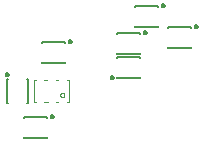
<source format=gbo>
G75*
%MOIN*%
%OFA0B0*%
%FSLAX25Y25*%
%IPPOS*%
%LPD*%
%AMOC8*
5,1,8,0,0,1.08239X$1,22.5*
%
%ADD10C,0.00500*%
%ADD11C,0.00394*%
D10*
X0018663Y0010871D02*
X0018663Y0011265D01*
X0018663Y0010871D02*
X0026537Y0010871D01*
X0026537Y0011265D01*
X0026537Y0017564D02*
X0026537Y0017958D01*
X0018663Y0017958D01*
X0018663Y0017564D01*
X0019750Y0022478D02*
X0020143Y0022478D01*
X0020143Y0030352D01*
X0019750Y0030352D01*
X0013450Y0030352D02*
X0013057Y0030352D01*
X0013057Y0022478D01*
X0013450Y0022478D01*
X0012600Y0031915D02*
X0012602Y0031959D01*
X0012608Y0032003D01*
X0012618Y0032046D01*
X0012631Y0032088D01*
X0012648Y0032129D01*
X0012669Y0032168D01*
X0012693Y0032205D01*
X0012720Y0032240D01*
X0012750Y0032272D01*
X0012783Y0032302D01*
X0012819Y0032328D01*
X0012856Y0032352D01*
X0012896Y0032371D01*
X0012937Y0032388D01*
X0012980Y0032400D01*
X0013023Y0032409D01*
X0013067Y0032414D01*
X0013111Y0032415D01*
X0013155Y0032412D01*
X0013199Y0032405D01*
X0013242Y0032394D01*
X0013284Y0032380D01*
X0013324Y0032362D01*
X0013363Y0032340D01*
X0013399Y0032316D01*
X0013433Y0032288D01*
X0013465Y0032257D01*
X0013494Y0032223D01*
X0013520Y0032187D01*
X0013542Y0032149D01*
X0013561Y0032109D01*
X0013576Y0032067D01*
X0013588Y0032025D01*
X0013596Y0031981D01*
X0013600Y0031937D01*
X0013600Y0031893D01*
X0013596Y0031849D01*
X0013588Y0031805D01*
X0013576Y0031763D01*
X0013561Y0031721D01*
X0013542Y0031681D01*
X0013520Y0031643D01*
X0013494Y0031607D01*
X0013465Y0031573D01*
X0013433Y0031542D01*
X0013399Y0031514D01*
X0013363Y0031490D01*
X0013324Y0031468D01*
X0013284Y0031450D01*
X0013242Y0031436D01*
X0013199Y0031425D01*
X0013155Y0031418D01*
X0013111Y0031415D01*
X0013067Y0031416D01*
X0013023Y0031421D01*
X0012980Y0031430D01*
X0012937Y0031442D01*
X0012896Y0031459D01*
X0012856Y0031478D01*
X0012819Y0031502D01*
X0012783Y0031528D01*
X0012750Y0031558D01*
X0012720Y0031590D01*
X0012693Y0031625D01*
X0012669Y0031662D01*
X0012648Y0031701D01*
X0012631Y0031742D01*
X0012618Y0031784D01*
X0012608Y0031827D01*
X0012602Y0031871D01*
X0012600Y0031915D01*
X0024663Y0035871D02*
X0024663Y0036265D01*
X0024663Y0035871D02*
X0032537Y0035871D01*
X0032537Y0036265D01*
X0032537Y0042564D02*
X0032537Y0042958D01*
X0024663Y0042958D01*
X0024663Y0042564D01*
X0033600Y0042915D02*
X0033602Y0042959D01*
X0033608Y0043003D01*
X0033618Y0043046D01*
X0033631Y0043088D01*
X0033648Y0043129D01*
X0033669Y0043168D01*
X0033693Y0043205D01*
X0033720Y0043240D01*
X0033750Y0043272D01*
X0033783Y0043302D01*
X0033819Y0043328D01*
X0033856Y0043352D01*
X0033896Y0043371D01*
X0033937Y0043388D01*
X0033980Y0043400D01*
X0034023Y0043409D01*
X0034067Y0043414D01*
X0034111Y0043415D01*
X0034155Y0043412D01*
X0034199Y0043405D01*
X0034242Y0043394D01*
X0034284Y0043380D01*
X0034324Y0043362D01*
X0034363Y0043340D01*
X0034399Y0043316D01*
X0034433Y0043288D01*
X0034465Y0043257D01*
X0034494Y0043223D01*
X0034520Y0043187D01*
X0034542Y0043149D01*
X0034561Y0043109D01*
X0034576Y0043067D01*
X0034588Y0043025D01*
X0034596Y0042981D01*
X0034600Y0042937D01*
X0034600Y0042893D01*
X0034596Y0042849D01*
X0034588Y0042805D01*
X0034576Y0042763D01*
X0034561Y0042721D01*
X0034542Y0042681D01*
X0034520Y0042643D01*
X0034494Y0042607D01*
X0034465Y0042573D01*
X0034433Y0042542D01*
X0034399Y0042514D01*
X0034363Y0042490D01*
X0034324Y0042468D01*
X0034284Y0042450D01*
X0034242Y0042436D01*
X0034199Y0042425D01*
X0034155Y0042418D01*
X0034111Y0042415D01*
X0034067Y0042416D01*
X0034023Y0042421D01*
X0033980Y0042430D01*
X0033937Y0042442D01*
X0033896Y0042459D01*
X0033856Y0042478D01*
X0033819Y0042502D01*
X0033783Y0042528D01*
X0033750Y0042558D01*
X0033720Y0042590D01*
X0033693Y0042625D01*
X0033669Y0042662D01*
X0033648Y0042701D01*
X0033631Y0042742D01*
X0033618Y0042784D01*
X0033608Y0042827D01*
X0033602Y0042871D01*
X0033600Y0042915D01*
X0049663Y0045564D02*
X0049663Y0045958D01*
X0057537Y0045958D01*
X0057537Y0045564D01*
X0058600Y0045915D02*
X0058602Y0045959D01*
X0058608Y0046003D01*
X0058618Y0046046D01*
X0058631Y0046088D01*
X0058648Y0046129D01*
X0058669Y0046168D01*
X0058693Y0046205D01*
X0058720Y0046240D01*
X0058750Y0046272D01*
X0058783Y0046302D01*
X0058819Y0046328D01*
X0058856Y0046352D01*
X0058896Y0046371D01*
X0058937Y0046388D01*
X0058980Y0046400D01*
X0059023Y0046409D01*
X0059067Y0046414D01*
X0059111Y0046415D01*
X0059155Y0046412D01*
X0059199Y0046405D01*
X0059242Y0046394D01*
X0059284Y0046380D01*
X0059324Y0046362D01*
X0059363Y0046340D01*
X0059399Y0046316D01*
X0059433Y0046288D01*
X0059465Y0046257D01*
X0059494Y0046223D01*
X0059520Y0046187D01*
X0059542Y0046149D01*
X0059561Y0046109D01*
X0059576Y0046067D01*
X0059588Y0046025D01*
X0059596Y0045981D01*
X0059600Y0045937D01*
X0059600Y0045893D01*
X0059596Y0045849D01*
X0059588Y0045805D01*
X0059576Y0045763D01*
X0059561Y0045721D01*
X0059542Y0045681D01*
X0059520Y0045643D01*
X0059494Y0045607D01*
X0059465Y0045573D01*
X0059433Y0045542D01*
X0059399Y0045514D01*
X0059363Y0045490D01*
X0059324Y0045468D01*
X0059284Y0045450D01*
X0059242Y0045436D01*
X0059199Y0045425D01*
X0059155Y0045418D01*
X0059111Y0045415D01*
X0059067Y0045416D01*
X0059023Y0045421D01*
X0058980Y0045430D01*
X0058937Y0045442D01*
X0058896Y0045459D01*
X0058856Y0045478D01*
X0058819Y0045502D01*
X0058783Y0045528D01*
X0058750Y0045558D01*
X0058720Y0045590D01*
X0058693Y0045625D01*
X0058669Y0045662D01*
X0058648Y0045701D01*
X0058631Y0045742D01*
X0058618Y0045784D01*
X0058608Y0045827D01*
X0058602Y0045871D01*
X0058600Y0045915D01*
X0055663Y0047871D02*
X0055663Y0048265D01*
X0055663Y0047871D02*
X0063537Y0047871D01*
X0063537Y0048265D01*
X0066663Y0047958D02*
X0066663Y0047564D01*
X0066663Y0047958D02*
X0074537Y0047958D01*
X0074537Y0047564D01*
X0075600Y0047915D02*
X0075602Y0047959D01*
X0075608Y0048003D01*
X0075618Y0048046D01*
X0075631Y0048088D01*
X0075648Y0048129D01*
X0075669Y0048168D01*
X0075693Y0048205D01*
X0075720Y0048240D01*
X0075750Y0048272D01*
X0075783Y0048302D01*
X0075819Y0048328D01*
X0075856Y0048352D01*
X0075896Y0048371D01*
X0075937Y0048388D01*
X0075980Y0048400D01*
X0076023Y0048409D01*
X0076067Y0048414D01*
X0076111Y0048415D01*
X0076155Y0048412D01*
X0076199Y0048405D01*
X0076242Y0048394D01*
X0076284Y0048380D01*
X0076324Y0048362D01*
X0076363Y0048340D01*
X0076399Y0048316D01*
X0076433Y0048288D01*
X0076465Y0048257D01*
X0076494Y0048223D01*
X0076520Y0048187D01*
X0076542Y0048149D01*
X0076561Y0048109D01*
X0076576Y0048067D01*
X0076588Y0048025D01*
X0076596Y0047981D01*
X0076600Y0047937D01*
X0076600Y0047893D01*
X0076596Y0047849D01*
X0076588Y0047805D01*
X0076576Y0047763D01*
X0076561Y0047721D01*
X0076542Y0047681D01*
X0076520Y0047643D01*
X0076494Y0047607D01*
X0076465Y0047573D01*
X0076433Y0047542D01*
X0076399Y0047514D01*
X0076363Y0047490D01*
X0076324Y0047468D01*
X0076284Y0047450D01*
X0076242Y0047436D01*
X0076199Y0047425D01*
X0076155Y0047418D01*
X0076111Y0047415D01*
X0076067Y0047416D01*
X0076023Y0047421D01*
X0075980Y0047430D01*
X0075937Y0047442D01*
X0075896Y0047459D01*
X0075856Y0047478D01*
X0075819Y0047502D01*
X0075783Y0047528D01*
X0075750Y0047558D01*
X0075720Y0047590D01*
X0075693Y0047625D01*
X0075669Y0047662D01*
X0075648Y0047701D01*
X0075631Y0047742D01*
X0075618Y0047784D01*
X0075608Y0047827D01*
X0075602Y0047871D01*
X0075600Y0047915D01*
X0074537Y0041265D02*
X0074537Y0040871D01*
X0066663Y0040871D01*
X0066663Y0041265D01*
X0057537Y0039265D02*
X0057537Y0038871D01*
X0049663Y0038871D01*
X0049663Y0039265D01*
X0049663Y0037958D02*
X0057537Y0037958D01*
X0057537Y0037564D01*
X0049663Y0037564D02*
X0049663Y0037958D01*
X0049663Y0031265D02*
X0049663Y0030871D01*
X0057537Y0030871D01*
X0057537Y0031265D01*
X0047600Y0030915D02*
X0047602Y0030959D01*
X0047608Y0031003D01*
X0047618Y0031046D01*
X0047631Y0031088D01*
X0047648Y0031129D01*
X0047669Y0031168D01*
X0047693Y0031205D01*
X0047720Y0031240D01*
X0047750Y0031272D01*
X0047783Y0031302D01*
X0047819Y0031328D01*
X0047856Y0031352D01*
X0047896Y0031371D01*
X0047937Y0031388D01*
X0047980Y0031400D01*
X0048023Y0031409D01*
X0048067Y0031414D01*
X0048111Y0031415D01*
X0048155Y0031412D01*
X0048199Y0031405D01*
X0048242Y0031394D01*
X0048284Y0031380D01*
X0048324Y0031362D01*
X0048363Y0031340D01*
X0048399Y0031316D01*
X0048433Y0031288D01*
X0048465Y0031257D01*
X0048494Y0031223D01*
X0048520Y0031187D01*
X0048542Y0031149D01*
X0048561Y0031109D01*
X0048576Y0031067D01*
X0048588Y0031025D01*
X0048596Y0030981D01*
X0048600Y0030937D01*
X0048600Y0030893D01*
X0048596Y0030849D01*
X0048588Y0030805D01*
X0048576Y0030763D01*
X0048561Y0030721D01*
X0048542Y0030681D01*
X0048520Y0030643D01*
X0048494Y0030607D01*
X0048465Y0030573D01*
X0048433Y0030542D01*
X0048399Y0030514D01*
X0048363Y0030490D01*
X0048324Y0030468D01*
X0048284Y0030450D01*
X0048242Y0030436D01*
X0048199Y0030425D01*
X0048155Y0030418D01*
X0048111Y0030415D01*
X0048067Y0030416D01*
X0048023Y0030421D01*
X0047980Y0030430D01*
X0047937Y0030442D01*
X0047896Y0030459D01*
X0047856Y0030478D01*
X0047819Y0030502D01*
X0047783Y0030528D01*
X0047750Y0030558D01*
X0047720Y0030590D01*
X0047693Y0030625D01*
X0047669Y0030662D01*
X0047648Y0030701D01*
X0047631Y0030742D01*
X0047618Y0030784D01*
X0047608Y0030827D01*
X0047602Y0030871D01*
X0047600Y0030915D01*
X0027600Y0017915D02*
X0027602Y0017959D01*
X0027608Y0018003D01*
X0027618Y0018046D01*
X0027631Y0018088D01*
X0027648Y0018129D01*
X0027669Y0018168D01*
X0027693Y0018205D01*
X0027720Y0018240D01*
X0027750Y0018272D01*
X0027783Y0018302D01*
X0027819Y0018328D01*
X0027856Y0018352D01*
X0027896Y0018371D01*
X0027937Y0018388D01*
X0027980Y0018400D01*
X0028023Y0018409D01*
X0028067Y0018414D01*
X0028111Y0018415D01*
X0028155Y0018412D01*
X0028199Y0018405D01*
X0028242Y0018394D01*
X0028284Y0018380D01*
X0028324Y0018362D01*
X0028363Y0018340D01*
X0028399Y0018316D01*
X0028433Y0018288D01*
X0028465Y0018257D01*
X0028494Y0018223D01*
X0028520Y0018187D01*
X0028542Y0018149D01*
X0028561Y0018109D01*
X0028576Y0018067D01*
X0028588Y0018025D01*
X0028596Y0017981D01*
X0028600Y0017937D01*
X0028600Y0017893D01*
X0028596Y0017849D01*
X0028588Y0017805D01*
X0028576Y0017763D01*
X0028561Y0017721D01*
X0028542Y0017681D01*
X0028520Y0017643D01*
X0028494Y0017607D01*
X0028465Y0017573D01*
X0028433Y0017542D01*
X0028399Y0017514D01*
X0028363Y0017490D01*
X0028324Y0017468D01*
X0028284Y0017450D01*
X0028242Y0017436D01*
X0028199Y0017425D01*
X0028155Y0017418D01*
X0028111Y0017415D01*
X0028067Y0017416D01*
X0028023Y0017421D01*
X0027980Y0017430D01*
X0027937Y0017442D01*
X0027896Y0017459D01*
X0027856Y0017478D01*
X0027819Y0017502D01*
X0027783Y0017528D01*
X0027750Y0017558D01*
X0027720Y0017590D01*
X0027693Y0017625D01*
X0027669Y0017662D01*
X0027648Y0017701D01*
X0027631Y0017742D01*
X0027618Y0017784D01*
X0027608Y0017827D01*
X0027602Y0017871D01*
X0027600Y0017915D01*
X0055663Y0054564D02*
X0055663Y0054958D01*
X0063537Y0054958D01*
X0063537Y0054564D01*
X0064600Y0054915D02*
X0064602Y0054959D01*
X0064608Y0055003D01*
X0064618Y0055046D01*
X0064631Y0055088D01*
X0064648Y0055129D01*
X0064669Y0055168D01*
X0064693Y0055205D01*
X0064720Y0055240D01*
X0064750Y0055272D01*
X0064783Y0055302D01*
X0064819Y0055328D01*
X0064856Y0055352D01*
X0064896Y0055371D01*
X0064937Y0055388D01*
X0064980Y0055400D01*
X0065023Y0055409D01*
X0065067Y0055414D01*
X0065111Y0055415D01*
X0065155Y0055412D01*
X0065199Y0055405D01*
X0065242Y0055394D01*
X0065284Y0055380D01*
X0065324Y0055362D01*
X0065363Y0055340D01*
X0065399Y0055316D01*
X0065433Y0055288D01*
X0065465Y0055257D01*
X0065494Y0055223D01*
X0065520Y0055187D01*
X0065542Y0055149D01*
X0065561Y0055109D01*
X0065576Y0055067D01*
X0065588Y0055025D01*
X0065596Y0054981D01*
X0065600Y0054937D01*
X0065600Y0054893D01*
X0065596Y0054849D01*
X0065588Y0054805D01*
X0065576Y0054763D01*
X0065561Y0054721D01*
X0065542Y0054681D01*
X0065520Y0054643D01*
X0065494Y0054607D01*
X0065465Y0054573D01*
X0065433Y0054542D01*
X0065399Y0054514D01*
X0065363Y0054490D01*
X0065324Y0054468D01*
X0065284Y0054450D01*
X0065242Y0054436D01*
X0065199Y0054425D01*
X0065155Y0054418D01*
X0065111Y0054415D01*
X0065067Y0054416D01*
X0065023Y0054421D01*
X0064980Y0054430D01*
X0064937Y0054442D01*
X0064896Y0054459D01*
X0064856Y0054478D01*
X0064819Y0054502D01*
X0064783Y0054528D01*
X0064750Y0054558D01*
X0064720Y0054590D01*
X0064693Y0054625D01*
X0064669Y0054662D01*
X0064648Y0054701D01*
X0064631Y0054742D01*
X0064618Y0054784D01*
X0064608Y0054827D01*
X0064602Y0054871D01*
X0064600Y0054915D01*
D11*
X0033765Y0030076D02*
X0032978Y0030076D01*
X0033765Y0030076D02*
X0033765Y0022989D01*
X0032978Y0022989D01*
X0030222Y0022989D02*
X0029238Y0022989D01*
X0026600Y0022871D02*
X0025419Y0022871D01*
X0022742Y0022989D02*
X0021954Y0022989D01*
X0021954Y0030076D01*
X0022742Y0030076D01*
X0025498Y0030076D02*
X0026482Y0030076D01*
X0029238Y0030076D02*
X0030222Y0030076D01*
X0030811Y0025234D02*
X0030813Y0025287D01*
X0030819Y0025340D01*
X0030829Y0025392D01*
X0030843Y0025443D01*
X0030860Y0025493D01*
X0030881Y0025542D01*
X0030906Y0025589D01*
X0030934Y0025634D01*
X0030966Y0025677D01*
X0031001Y0025717D01*
X0031038Y0025754D01*
X0031078Y0025789D01*
X0031121Y0025821D01*
X0031166Y0025849D01*
X0031213Y0025874D01*
X0031262Y0025895D01*
X0031312Y0025912D01*
X0031363Y0025926D01*
X0031415Y0025936D01*
X0031468Y0025942D01*
X0031521Y0025944D01*
X0031574Y0025942D01*
X0031627Y0025936D01*
X0031679Y0025926D01*
X0031730Y0025912D01*
X0031780Y0025895D01*
X0031829Y0025874D01*
X0031876Y0025849D01*
X0031921Y0025821D01*
X0031964Y0025789D01*
X0032004Y0025754D01*
X0032041Y0025717D01*
X0032076Y0025677D01*
X0032108Y0025634D01*
X0032136Y0025589D01*
X0032161Y0025542D01*
X0032182Y0025493D01*
X0032199Y0025443D01*
X0032213Y0025392D01*
X0032223Y0025340D01*
X0032229Y0025287D01*
X0032231Y0025234D01*
X0032229Y0025181D01*
X0032223Y0025128D01*
X0032213Y0025076D01*
X0032199Y0025025D01*
X0032182Y0024975D01*
X0032161Y0024926D01*
X0032136Y0024879D01*
X0032108Y0024834D01*
X0032076Y0024791D01*
X0032041Y0024751D01*
X0032004Y0024714D01*
X0031964Y0024679D01*
X0031921Y0024647D01*
X0031876Y0024619D01*
X0031829Y0024594D01*
X0031780Y0024573D01*
X0031730Y0024556D01*
X0031679Y0024542D01*
X0031627Y0024532D01*
X0031574Y0024526D01*
X0031521Y0024524D01*
X0031468Y0024526D01*
X0031415Y0024532D01*
X0031363Y0024542D01*
X0031312Y0024556D01*
X0031262Y0024573D01*
X0031213Y0024594D01*
X0031166Y0024619D01*
X0031121Y0024647D01*
X0031078Y0024679D01*
X0031038Y0024714D01*
X0031001Y0024751D01*
X0030966Y0024791D01*
X0030934Y0024834D01*
X0030906Y0024879D01*
X0030881Y0024926D01*
X0030860Y0024975D01*
X0030843Y0025025D01*
X0030829Y0025076D01*
X0030819Y0025128D01*
X0030813Y0025181D01*
X0030811Y0025234D01*
M02*

</source>
